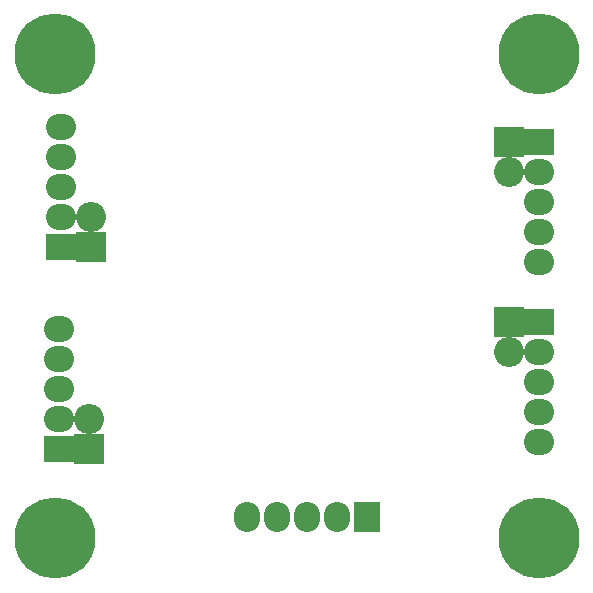
<source format=gbs>
G04 #@! TF.FileFunction,Soldermask,Bot*
%FSLAX46Y46*%
G04 Gerber Fmt 4.6, Leading zero omitted, Abs format (unit mm)*
G04 Created by KiCad (PCBNEW (after 2015-mar-04 BZR unknown)-product) date 1/15/2016 6:42:29 PM*
%MOMM*%
G01*
G04 APERTURE LIST*
%ADD10C,0.150000*%
%ADD11C,6.858000*%
%ADD12R,2.540000X2.235200*%
%ADD13O,2.540000X2.235200*%
%ADD14R,2.235200X2.540000*%
%ADD15O,2.235200X2.540000*%
%ADD16R,2.540000X2.540000*%
%ADD17O,2.540000X2.540000*%
G04 APERTURE END LIST*
D10*
D11*
X159000000Y-84000000D03*
X200000000Y-84000000D03*
X159000000Y-125000000D03*
X200000000Y-125000000D03*
D12*
X200025000Y-106680000D03*
D13*
X200025000Y-109220000D03*
X200025000Y-111760000D03*
X200025000Y-114300000D03*
X200025000Y-116840000D03*
D12*
X200025000Y-91440000D03*
D13*
X200025000Y-93980000D03*
X200025000Y-96520000D03*
X200025000Y-99060000D03*
X200025000Y-101600000D03*
D12*
X159512000Y-100330000D03*
D13*
X159512000Y-97790000D03*
X159512000Y-95250000D03*
X159512000Y-92710000D03*
X159512000Y-90170000D03*
D12*
X159385000Y-117475000D03*
D13*
X159385000Y-114935000D03*
X159385000Y-112395000D03*
X159385000Y-109855000D03*
X159385000Y-107315000D03*
D14*
X185420000Y-123190000D03*
D15*
X182880000Y-123190000D03*
X180340000Y-123190000D03*
X177800000Y-123190000D03*
X175260000Y-123190000D03*
D16*
X197485000Y-106680000D03*
D17*
X197485000Y-109220000D03*
D16*
X197485000Y-91440000D03*
D17*
X197485000Y-93980000D03*
D16*
X162052000Y-100330000D03*
D17*
X162052000Y-97790000D03*
D16*
X161925000Y-117475000D03*
D17*
X161925000Y-114935000D03*
M02*

</source>
